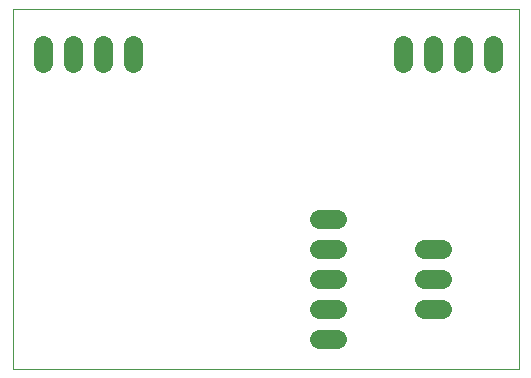
<source format=gbs>
G75*
G70*
%OFA0B0*%
%FSLAX24Y24*%
%IPPOS*%
%LPD*%
%AMOC8*
5,1,8,0,0,1.08239X$1,22.5*
%
%ADD10C,0.0000*%
%ADD11C,0.0640*%
D10*
X000267Y000150D02*
X000267Y012146D01*
X017137Y012146D01*
X017137Y000150D01*
X000267Y000150D01*
D11*
X010467Y001150D02*
X011067Y001150D01*
X011067Y002150D02*
X010467Y002150D01*
X010467Y003150D02*
X011067Y003150D01*
X011067Y004150D02*
X010467Y004150D01*
X010467Y005150D02*
X011067Y005150D01*
X013967Y004150D02*
X014567Y004150D01*
X014567Y003150D02*
X013967Y003150D01*
X013967Y002150D02*
X014567Y002150D01*
X014267Y010350D02*
X014267Y010950D01*
X013267Y010950D02*
X013267Y010350D01*
X015267Y010350D02*
X015267Y010950D01*
X016267Y010950D02*
X016267Y010350D01*
X004267Y010350D02*
X004267Y010950D01*
X003267Y010950D02*
X003267Y010350D01*
X002267Y010350D02*
X002267Y010950D01*
X001267Y010950D02*
X001267Y010350D01*
M02*

</source>
